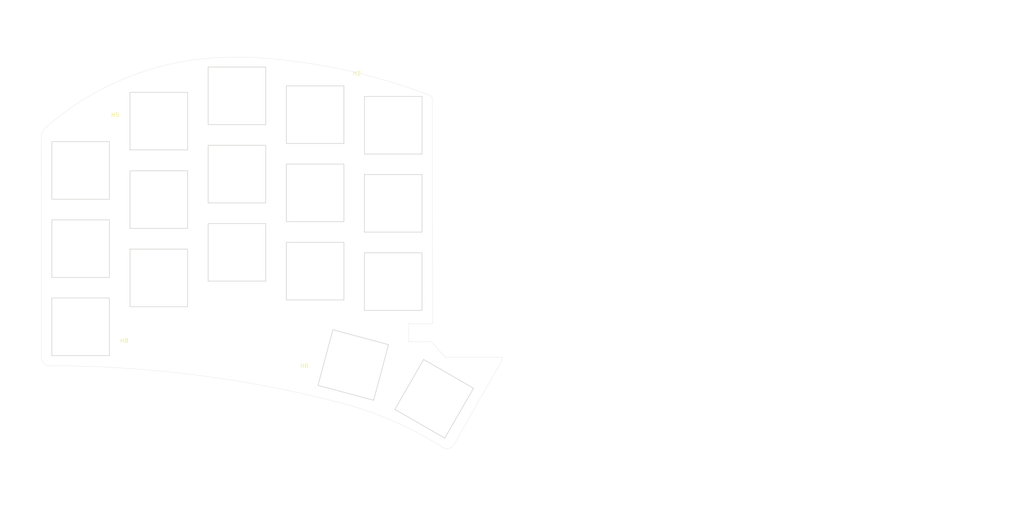
<source format=kicad_pcb>
(kicad_pcb (version 20211014) (generator pcbnew)
  (layers (0 "F.Cu" signal) (31 "B.Cu" signal) (34 "B.Paste" user) (35 "F.Paste" user) (36 "B.SilkS" user "B.Silkscreen") (37 "F.SilkS" user "F.Silkscreen") (38 "B.Mask" user) (39 "F.Mask" user) (44 "Edge.Cuts" user))
  (net 0 "")
  (net 1 "gnd")
  (footprint "Kailh:SW_PG1350_cut" (layer "F.Cu") (at 45 77)
    (fp_text reference "SW2" hide)
    (fp_text value "SW_Push" hide)
    (fp_line (start -7 -7) (end 7 -7) (layer "Edge.Cuts") (width 0.15))
    (fp_line (start -7 7) (end -7 -7) (layer "Edge.Cuts") (width 0.15))
    (fp_line (start 7 7) (end 7 -7) (layer "Edge.Cuts") (width 0.15))
    (fp_line (start -7 7) (end 7 7) (layer "Edge.Cuts") (width 0.15))
  )
  (footprint "Kailh:SW_PG1350_cut" (layer "F.Cu") (at 64 65)
    (fp_text reference "SW3" hide)
    (fp_text value "SW_Push" hide)
    (fp_line (start -7 7) (end 7 7) (layer "Edge.Cuts") (width 0.15))
    (fp_line (start -7 -7) (end 7 -7) (layer "Edge.Cuts") (width 0.15))
    (fp_line (start -7 7) (end -7 -7) (layer "Edge.Cuts") (width 0.15))
    (fp_line (start 7 7) (end 7 -7) (layer "Edge.Cuts") (width 0.15))
  )
  (footprint "Kailh:SW_PG1350_cut" (layer "F.Cu") (at 83 58.86)
    (fp_text reference "SW4" hide)
    (fp_text value "SW_Push" hide)
    (fp_line (start -7 -7) (end 7 -7) (layer "Edge.Cuts") (width 0.15))
    (fp_line (start -7 7) (end -7 -7) (layer "Edge.Cuts") (width 0.15))
    (fp_line (start -7 7) (end 7 7) (layer "Edge.Cuts") (width 0.15))
    (fp_line (start 7 7) (end 7 -7) (layer "Edge.Cuts") (width 0.15))
  )
  (footprint "Kailh:SW_PG1350_cut" (layer "F.Cu") (at 101.994 63.432)
    (fp_text reference "SW5" hide)
    (fp_text value "SW_Push" hide)
    (fp_line (start -7 7) (end -7 -7) (layer "Edge.Cuts") (width 0.15))
    (fp_line (start -7 7) (end 7 7) (layer "Edge.Cuts") (width 0.15))
    (fp_line (start 7 7) (end 7 -7) (layer "Edge.Cuts") (width 0.15))
    (fp_line (start -7 -7) (end 7 -7) (layer "Edge.Cuts") (width 0.15))
  )
  (footprint "Kailh:SW_PG1350_cut" (layer "F.Cu") (at 121 66)
    (fp_text reference "SW6" hide)
    (fp_text value "SW_Push" hide)
    (fp_line (start -7 -7) (end 7 -7) (layer "Edge.Cuts") (width 0.15))
    (fp_line (start -7 7) (end -7 -7) (layer "Edge.Cuts") (width 0.15))
    (fp_line (start 7 7) (end 7 -7) (layer "Edge.Cuts") (width 0.15))
    (fp_line (start -7 7) (end 7 7) (layer "Edge.Cuts") (width 0.15))
  )
  (footprint "Kailh:SW_PG1350_cut" (layer "F.Cu") (at 45 96)
    (fp_text reference "SW8" hide)
    (fp_text value "SW_Push" hide)
    (fp_line (start -7 7) (end -7 -7) (layer "Edge.Cuts") (width 0.15))
    (fp_line (start -7 -7) (end 7 -7) (layer "Edge.Cuts") (width 0.15))
    (fp_line (start 7 7) (end 7 -7) (layer "Edge.Cuts") (width 0.15))
    (fp_line (start -7 7) (end 7 7) (layer "Edge.Cuts") (width 0.15))
  )
  (footprint "Kailh:SW_PG1350_cut" (layer "F.Cu") (at 64 84.074)
    (fp_text reference "SW9" hide)
    (fp_text value "SW_Push" hide)
    (fp_line (start 7 7) (end 7 -7) (layer "Edge.Cuts") (width 0.15))
    (fp_line (start -7 7) (end -7 -7) (layer "Edge.Cuts") (width 0.15))
    (fp_line (start -7 7) (end 7 7) (layer "Edge.Cuts") (width 0.15))
    (fp_line (start -7 -7) (end 7 -7) (layer "Edge.Cuts") (width 0.15))
  )
  (footprint "Kailh:SW_PG1350_cut" (layer "F.Cu") (at 83 77.878)
    (fp_text reference "SW10" hide)
    (fp_text value "SW_Push" hide)
    (fp_line (start -7 7) (end 7 7) (layer "Edge.Cuts") (width 0.15))
    (fp_line (start -7 7) (end -7 -7) (layer "Edge.Cuts") (width 0.15))
    (fp_line (start 7 7) (end 7 -7) (layer "Edge.Cuts") (width 0.15))
    (fp_line (start -7 -7) (end 7 -7) (layer "Edge.Cuts") (width 0.15))
  )
  (footprint "Kailh:SW_PG1350_cut" (layer "F.Cu") (at 102 82.45)
    (fp_text reference "SW11" hide)
    (fp_text value "SW_Push" hide)
    (fp_line (start -7 7) (end -7 -7) (layer "Edge.Cuts") (width 0.15))
    (fp_line (start -7 7) (end 7 7) (layer "Edge.Cuts") (width 0.15))
    (fp_line (start -7 -7) (end 7 -7) (layer "Edge.Cuts") (width 0.15))
    (fp_line (start 7 7) (end 7 -7) (layer "Edge.Cuts") (width 0.15))
  )
  (footprint "Kailh:SW_PG1350_cut" (layer "F.Cu") (at 120.98 84.99)
    (fp_text reference "SW12" hide)
    (fp_text value "SW_Push" hide)
    (fp_line (start -7 7) (end -7 -7) (layer "Edge.Cuts") (width 0.15))
    (fp_line (start -7 7) (end 7 7) (layer "Edge.Cuts") (width 0.15))
    (fp_line (start 7 7) (end 7 -7) (layer "Edge.Cuts") (width 0.15))
    (fp_line (start -7 -7) (end 7 -7) (layer "Edge.Cuts") (width 0.15))
  )
  (footprint "Kailh:SW_PG1350_cut" (layer "F.Cu") (at 45 115)
    (fp_text reference "SW14" hide)
    (fp_text value "SW_Push" hide)
    (fp_line (start -7 7) (end 7 7) (layer "Edge.Cuts") (width 0.15))
    (fp_line (start -7 -7) (end 7 -7) (layer "Edge.Cuts") (width 0.15))
    (fp_line (start -7 7) (end -7 -7) (layer "Edge.Cuts") (width 0.15))
    (fp_line (start 7 7) (end 7 -7) (layer "Edge.Cuts") (width 0.15))
  )
  (footprint "Kailh:SW_PG1350_cut" (layer "F.Cu") (at 64.008 103.124)
    (fp_text reference "SW15" hide)
    (fp_text value "SW_Push" hide)
    (fp_line (start -7 -7) (end 7 -7) (layer "Edge.Cuts") (width 0.15))
    (fp_line (start -7 7) (end 7 7) (layer "Edge.Cuts") (width 0.15))
    (fp_line (start 7 7) (end 7 -7) (layer "Edge.Cuts") (width 0.15))
    (fp_line (start -7 7) (end -7 -7) (layer "Edge.Cuts") (width 0.15))
  )
  (footprint "Kailh:SW_PG1350_cut" (layer "F.Cu") (at 83 96.896)
    (fp_text reference "SW16" hide)
    (fp_text value "SW_Push" hide)
    (fp_line (start -7 -7) (end 7 -7) (layer "Edge.Cuts") (width 0.15))
    (fp_line (start 7 7) (end 7 -7) (layer "Edge.Cuts") (width 0.15))
    (fp_line (start -7 7) (end -7 -7) (layer "Edge.Cuts") (width 0.15))
    (fp_line (start -7 7) (end 7 7) (layer "Edge.Cuts") (width 0.15))
  )
  (footprint "Kailh:SW_PG1350_cut" (layer "F.Cu") (at 102 101.468)
    (fp_text reference "SW17" hide)
    (fp_text value "SW_Push" hide)
    (fp_line (start -7 7) (end -7 -7) (layer "Edge.Cuts") (width 0.15))
    (fp_line (start -7 -7) (end 7 -7) (layer "Edge.Cuts") (width 0.15))
    (fp_line (start -7 7) (end 7 7) (layer "Edge.Cuts") (width 0.15))
    (fp_line (start 7 7) (end 7 -7) (layer "Edge.Cuts") (width 0.15))
  )
  (footprint "Kailh:SW_PG1350_cut" (layer "F.Cu") (at 130.95 132.504 -30)
    (fp_text reference "SW20" hide)
    (fp_text value "SW_Push" hide)
    (fp_line (start -7 -7) (end 7 -7) (layer "Edge.Cuts") (width 0.15))
    (fp_line (start 7 7) (end 7 -7) (layer "Edge.Cuts") (width 0.15))
    (fp_line (start -7 7) (end -7 -7) (layer "Edge.Cuts") (width 0.15))
    (fp_line (start -7 7) (end 7 7) (layer "Edge.Cuts") (width 0.15))
  )
  (footprint "Kailh:SW_PG1350_cut" (layer "F.Cu") (at 111.272 124.288 -15)
    (fp_text reference "SW21" hide)
    (fp_text value "SW_Push" hide)
    (fp_line (start -7 7) (end -7 -7) (layer "Edge.Cuts") (width 0.15))
    (fp_line (start 7 7) (end 7 -7) (layer "Edge.Cuts") (width 0.15))
    (fp_line (start -7 7) (end 7 7) (layer "Edge.Cuts") (width 0.15))
    (fp_line (start -7 -7) (end 7 -7) (layer "Edge.Cuts") (width 0.15))
  )
  (footprint "Kailh:SW_PG1350_cut" (layer "F.Cu") (at 120.98 104.008)
    (fp_text reference "SW18" hide)
    (fp_text value "SW_Push" hide)
    (fp_line (start -7 7) (end -7 -7) (layer "Edge.Cuts") (width 0.15))
    (fp_line (start -7 -7) (end 7 -7) (layer "Edge.Cuts") (width 0.15))
    (fp_line (start -7 7) (end 7 7) (layer "Edge.Cuts") (width 0.15))
    (fp_line (start 7 7) (end 7 -7) (layer "Edge.Cuts") (width 0.15))
  )
  (footprint "MountingHole:MountingHole_2.2mm_M2" (layer "F.Cu") (at 55.6 121.6)
    (fp_text reference "H8" (at 0 -3.2) (layer "F.SilkS"))
    (fp_text value "MountingHole")
    (pad "" np_thru_hole circle (at 0 0) (size 2.2 2.2) (drill 2.2) (layers *.Cu *.Mask))
  )
  (footprint "MountingHole:MountingHole_2.2mm_M2" (layer "F.Cu") (at 53.4 66.7)
    (fp_text reference "H5" (at 0 -3.2) (layer "F.SilkS"))
    (fp_text value "MountingHole")
    (pad "" np_thru_hole circle (at 0 0) (size 2.2 2.2) (drill 2.2) (layers *.Cu *.Mask))
  )
  (footprint "MountingHole:MountingHole_2.2mm_M2" (layer "F.Cu") (at 99.4 127.7)
    (fp_text reference "H6" (at 0 -3.2) (layer "F.SilkS"))
    (fp_text value "MountingHole")
    (pad "" np_thru_hole circle (at 0 0) (size 2.2 2.2) (drill 2.2) (layers *.Cu *.Mask))
  )
  (footprint "MountingHole:MountingHole_2.2mm_M2" (layer "F.Cu") (at 112.1 56.6)
    (fp_text reference "H2" (at 0 -3.2) (layer "F.SilkS"))
    (fp_text value "MountingHole")
    (pad "" np_thru_hole circle (at 0 0) (size 2.2 2.2) (drill 2.2) (layers *.Cu *.Mask))
  )
  (gr_line (start 147.161679 123.613657) (end 135.71 143.699265) (layer "Edge.Cuts") (width 0.05))
  (gr_arc (start 147.574 122.428) (mid 147.405616 123.033966) (end 147.161679 123.613657) (layer "Edge.Cuts") (width 0.05))
  (gr_line (start 130.556 114.3) (end 130.463 59.473) (layer "Edge.Cuts") (width 0.05))
  (gr_arc (start 35.465859 68.23732) (mid 36.022742 67.119147) (end 36.893 66.223) (layer "Edge.Cuts") (width 0.05))
  (gr_arc (start 85.843227 49.463504) (mid 108.303644 52.385453) (end 130.028245 58.79247) (layer "Edge.Cuts") (width 0.05))
  (gr_line (start 37.768 124.474571) (end 37.493002 124.473917) (layer "Edge.Cuts") (width 0.05))
  (gr_arc (start 107.797707 133.384137) (mid 120.821222 137.841207) (end 132.978 144.298) (layer "Edge.Cuts") (width 0.05))
  (gr_arc (start 37.768 124.474571) (mid 73.062993 126.727903) (end 107.798171 133.38233) (layer "Edge.Cuts") (width 0.05))
  (gr_arc (start 37.493002 124.473917) (mid 36.080534 123.924716) (end 35.458001 122.542999) (layer "Edge.Cuts") (width 0.05))
  (gr_arc (start 135.71 143.699265) (mid 134.468995 144.56898) (end 132.978 144.298) (layer "Edge.Cuts") (width 0.05))
  (gr_arc (start 130.028245 58.79247) (mid 130.345034 59.069226) (end 130.463 59.473) (layer "Edge.Cuts") (width 0.05))
  (gr_line (start 35.465859 68.23732) (end 35.458001 122.542999) (layer "Edge.Cuts") (width 0.05))
  (gr_line (start 85.843124 49.465561) (end 81.868 49.468) (layer "Edge.Cuts") (width 0.05))
  (gr_arc (start 36.894611 66.224861) (mid 57.871135 53.793316) (end 81.868 49.468) (layer "Edge.Cuts") (width 0.05))
  (gr_line (start 133.604 122.428) (end 130.302 118.618) (layer "Edge.Cuts") (width 0.05))
  (gr_line (start 130.302 118.618) (end 124.714 118.618) (layer "Edge.Cuts") (width 0.05))
  (gr_line (start 124.714 114.3) (end 130.556 114.3) (layer "Edge.Cuts") (width 0.05))
  (gr_line (start 147.574 122.428) (end 133.604 122.428) (layer "Edge.Cuts") (width 0.05))
  (gr_line (start 124.714 114.3) (end 124.714 118.618) (layer "Edge.Cuts") (width 0.05))
)
</source>
